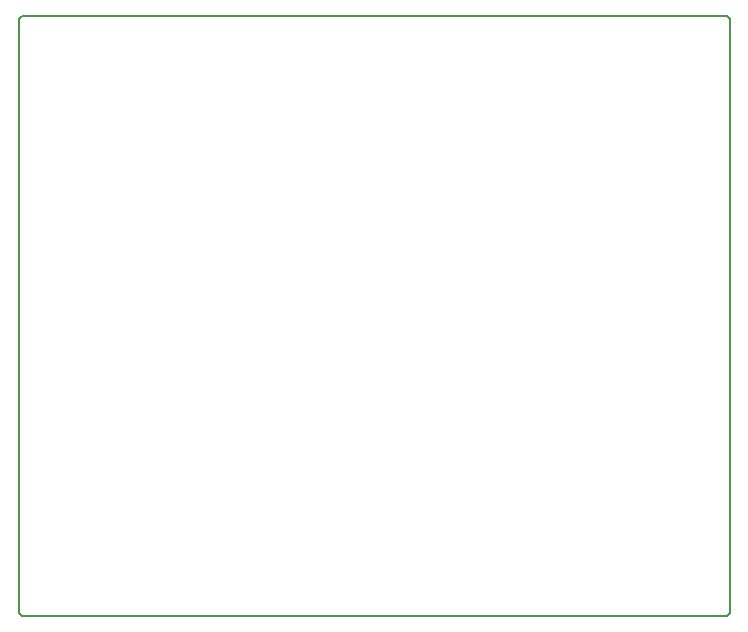
<source format=gbr>
G04 #@! TF.GenerationSoftware,KiCad,Pcbnew,6.0.0-rc1-unknown-0cca1c6~65~ubuntu16.04.1*
G04 #@! TF.CreationDate,2018-08-03T10:42:42+02:00*
G04 #@! TF.ProjectId,ArduinoSpecAn,41726475696E6F53706563416E2E6B69,1.0*
G04 #@! TF.SameCoordinates,Original*
G04 #@! TF.FileFunction,Profile,NP*
%FSLAX46Y46*%
G04 Gerber Fmt 4.6, Leading zero omitted, Abs format (unit mm)*
G04 Created by KiCad (PCBNEW 6.0.0-rc1-unknown-0cca1c6~65~ubuntu16.04.1) date Fri Aug  3 10:42:42 2018*
%MOMM*%
%LPD*%
G01*
G04 APERTURE LIST*
%ADD10C,0.150000*%
G04 APERTURE END LIST*
D10*
X107950000Y-136652000D02*
X167640000Y-136652000D01*
X107696000Y-136398000D02*
X107950000Y-136652000D01*
X167640000Y-136652000D02*
X167894000Y-136398000D01*
X167640000Y-85852000D02*
X167894000Y-86106000D01*
X107950000Y-85852000D02*
X107696000Y-86106000D01*
X167640000Y-85852000D02*
X107950000Y-85852000D01*
X107696000Y-136398000D02*
X107696000Y-86106000D01*
X167894000Y-86106000D02*
X167894000Y-136398000D01*
M02*

</source>
